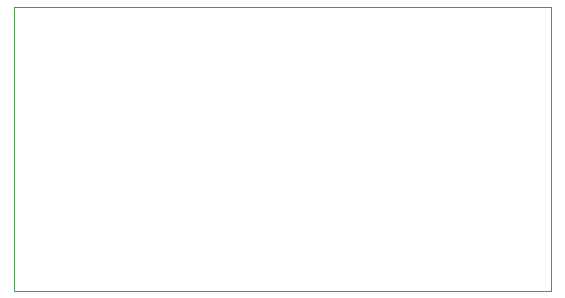
<source format=gbr>
%TF.GenerationSoftware,KiCad,Pcbnew,8.0.7*%
%TF.CreationDate,2024-12-13T10:46:06-05:00*%
%TF.ProjectId,SwerveHubWago,53776572-7665-4487-9562-5761676f2e6b,rev?*%
%TF.SameCoordinates,Original*%
%TF.FileFunction,Profile,NP*%
%FSLAX46Y46*%
G04 Gerber Fmt 4.6, Leading zero omitted, Abs format (unit mm)*
G04 Created by KiCad (PCBNEW 8.0.7) date 2024-12-13 10:46:06*
%MOMM*%
%LPD*%
G01*
G04 APERTURE LIST*
%TA.AperFunction,Profile*%
%ADD10C,0.050000*%
%TD*%
G04 APERTURE END LIST*
D10*
X126500000Y-40000000D02*
X172000000Y-40000000D01*
X172000000Y-64000000D01*
X126500000Y-64000000D01*
X126500000Y-40000000D01*
M02*

</source>
